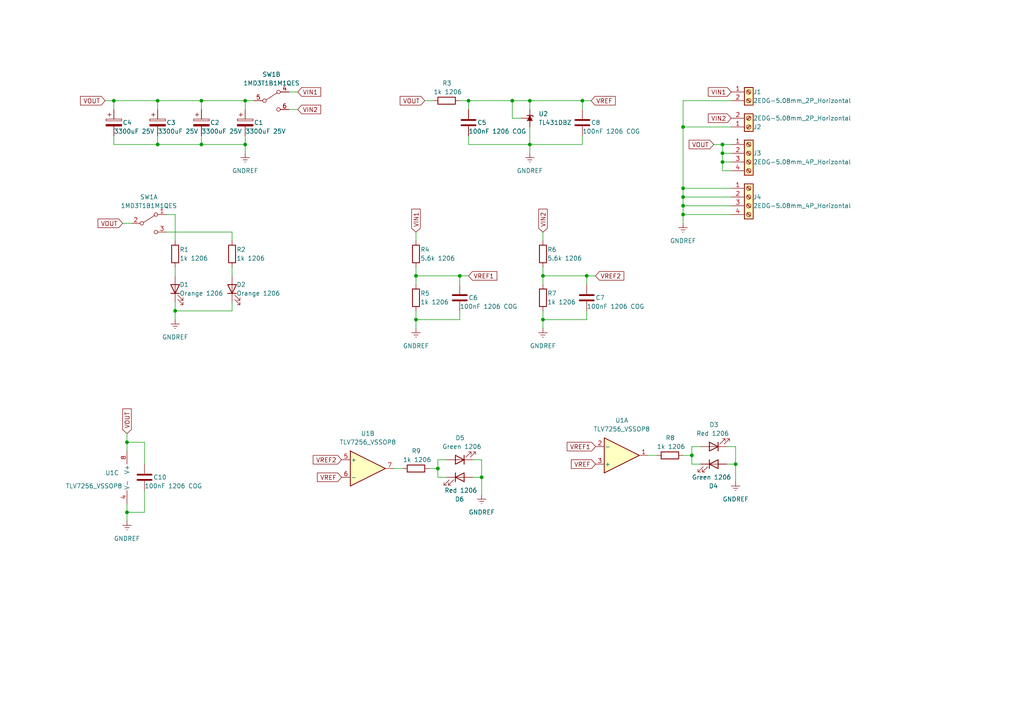
<source format=kicad_sch>
(kicad_sch (version 20230121) (generator eeschema)
  (paper "A4")
  (lib_symbols
    (symbol "Connector:Screw_Terminal_01x02" (pin_names (offset 1.016) hide)
      (property "Reference" "J" (at 0 2.54 0))
      (property "Value" "Screw_Terminal_01x02" (at 0 -5.08 0))
      (symbol "Screw_Terminal_01x02_1_1"
        (rectangle (start -1.27 1.27) (end 1.27 -3.81) (stroke (width 0.254)) (fill (type background)))
        (circle (center 0 -2.54) (radius 0.635) (stroke (width 0.1524)))
        (polyline (pts (xy -0.5334 -2.2098) (xy 0.3302 -3.048)) (stroke (width 0.1524)))
        (polyline (pts (xy -0.5334 0.3302) (xy 0.3302 -0.508)) (stroke (width 0.1524)))
        (polyline (pts (xy -0.3556 -2.032) (xy 0.508 -2.8702)) (stroke (width 0.1524)))
        (polyline (pts (xy -0.3556 0.508) (xy 0.508 -0.3302)) (stroke (width 0.1524)))
        (circle (center 0 0) (radius 0.635) (stroke (width 0.1524)))
        (pin passive line (at -5.08 0 0) (length 3.81) (name "Pin_1") (number "1"))
        (pin passive line (at -5.08 -2.54 0) (length 3.81) (name "Pin_2") (number "2"))
      )
    )
    (symbol "Connector:Screw_Terminal_01x04" (pin_names (offset 1.016) hide)
      (property "Reference" "J" (at 0 5.08 0))
      (property "Value" "Screw_Terminal_01x04" (at 0 -7.62 0))
      (symbol "Screw_Terminal_01x04_1_1"
        (rectangle (start -1.27 3.81) (end 1.27 -6.35) (stroke (width 0.254)) (fill (type background)))
        (circle (center 0 -5.08) (radius 0.635) (stroke (width 0.1524)))
        (circle (center 0 -2.54) (radius 0.635) (stroke (width 0.1524)))
        (polyline (pts (xy -0.5334 -4.7498) (xy 0.3302 -5.588)) (stroke (width 0.1524)))
        (polyline (pts (xy -0.5334 -2.2098) (xy 0.3302 -3.048)) (stroke (width 0.1524)))
        (polyline (pts (xy -0.5334 0.3302) (xy 0.3302 -0.508)) (stroke (width 0.1524)))
        (polyline (pts (xy -0.5334 2.8702) (xy 0.3302 2.032)) (stroke (width 0.1524)))
        (polyline (pts (xy -0.3556 -4.572) (xy 0.508 -5.4102)) (stroke (width 0.1524)))
        (polyline (pts (xy -0.3556 -2.032) (xy 0.508 -2.8702)) (stroke (width 0.1524)))
        (polyline (pts (xy -0.3556 0.508) (xy 0.508 -0.3302)) (stroke (width 0.1524)))
        (polyline (pts (xy -0.3556 3.048) (xy 0.508 2.2098)) (stroke (width 0.1524)))
        (circle (center 0 0) (radius 0.635) (stroke (width 0.1524)))
        (circle (center 0 2.54) (radius 0.635) (stroke (width 0.1524)))
        (pin passive line (at -5.08 2.54 0) (length 3.81) (name "Pin_1") (number "1"))
        (pin passive line (at -5.08 0 0) (length 3.81) (name "Pin_2") (number "2"))
        (pin passive line (at -5.08 -2.54 0) (length 3.81) (name "Pin_3") (number "3"))
        (pin passive line (at -5.08 -5.08 0) (length 3.81) (name "Pin_4") (number "4"))
      )
    )
    (symbol "Custom_Amplifier:TLV7256_VSSOP8" (pin_names (offset 0.127))
      (property "Reference" "U" (at 3.81 3.81 0))
      (property "Value" "TLV7256_VSSOP8" (at 6.35 -3.81 0))
      (symbol "TLV7256_VSSOP8_1_1"
        (polyline (pts (xy -5.08 5.08) (xy 5.08 0) (xy -5.08 -5.08) (xy -5.08 5.08)) (stroke (width 0.254)) (fill (type background)))
        (pin bidirectional line (at 7.62 0 180) (length 2.54) (name "~") (number "1"))
        (pin input line (at -7.62 -2.54 0) (length 2.54) (name "-") (number "2"))
        (pin input line (at -7.62 2.54 0) (length 2.54) (name "+") (number "3"))
      )
      (symbol "TLV7256_VSSOP8_2_1"
        (polyline (pts (xy -5.08 5.08) (xy 5.08 0) (xy -5.08 -5.08) (xy -5.08 5.08)) (stroke (width 0.254)) (fill (type background)))
        (pin input line (at -7.62 2.54 0) (length 2.54) (name "+") (number "5"))
        (pin input line (at -7.62 -2.54 0) (length 2.54) (name "-") (number "6"))
        (pin bidirectional line (at 7.62 0 180) (length 2.54) (name "~") (number "7"))
      )
      (symbol "TLV7256_VSSOP8_3_1"
        (pin power_in line (at -2.54 -7.62 90) (length 3.81) (name "V-") (number "4"))
        (pin power_in line (at -2.54 7.62 270) (length 3.81) (name "V+") (number "8"))
      )
    )
    (symbol "Device:C" (pin_numbers hide) (pin_names (offset 0.254))
      (property "Reference" "C" (at 0.635 2.54 0))
      (property "Value" "C" (at 0.635 -2.54 0))
      (symbol "C_0_1"
        (polyline (pts (xy -2.032 -0.762) (xy 2.032 -0.762)) (stroke (width 0.508)))
        (polyline (pts (xy -2.032 0.762) (xy 2.032 0.762)) (stroke (width 0.508)))
      )
      (symbol "C_1_1"
        (pin passive line (at 0 3.81 270) (length 2.794) (name "~") (number "1"))
        (pin passive line (at 0 -3.81 90) (length 2.794) (name "~") (number "2"))
      )
    )
    (symbol "Device:C_Polarized" (pin_numbers hide) (pin_names (offset 0.254))
      (property "Reference" "C" (at 0.635 2.54 0))
      (property "Value" "C_Polarized" (at 0.635 -2.54 0))
      (symbol "C_Polarized_0_1"
        (rectangle (start -2.286 0.508) (end 2.286 1.016))
        (polyline (pts (xy -1.778 2.286) (xy -0.762 2.286)))
        (polyline (pts (xy -1.27 2.794) (xy -1.27 1.778)))
        (rectangle (start 2.286 -0.508) (end -2.286 -1.016) (fill (type outline)))
      )
      (symbol "C_Polarized_1_1"
        (pin passive line (at 0 3.81 270) (length 2.794) (name "~") (number "1"))
        (pin passive line (at 0 -3.81 90) (length 2.794) (name "~") (number "2"))
      )
    )
    (symbol "Device:LED" (pin_numbers hide) (pin_names (offset 1.016) hide)
      (property "Reference" "D" (at 0 2.54 0))
      (property "Value" "LED" (at 0 -2.54 0))
      (symbol "LED_0_1"
        (polyline (pts (xy -1.27 -1.27) (xy -1.27 1.27)) (stroke (width 0.254)))
        (polyline (pts (xy -1.27 0) (xy 1.27 0)))
        (polyline (pts (xy 1.27 -1.27) (xy 1.27 1.27) (xy -1.27 0) (xy 1.27 -1.27)) (stroke (width 0.254)))
        (polyline (pts (xy -3.048 -0.762) (xy -4.572 -2.286) (xy -3.81 -2.286) (xy -4.572 -2.286) (xy -4.572 -1.524)))
        (polyline (pts (xy -1.778 -0.762) (xy -3.302 -2.286) (xy -2.54 -2.286) (xy -3.302 -2.286) (xy -3.302 -1.524)))
      )
      (symbol "LED_1_1"
        (pin passive line (at -3.81 0 0) (length 2.54) (name "K") (number "1"))
        (pin passive line (at 3.81 0 180) (length 2.54) (name "A") (number "2"))
      )
    )
    (symbol "Device:R" (pin_numbers hide) (pin_names (offset 0))
      (property "Reference" "R" (at 2.032 0 90))
      (property "Value" "R" (at 0 0 90))
      (symbol "R_0_1"
        (rectangle (start -1.016 -2.54) (end 1.016 2.54) (stroke (width 0.254)))
      )
      (symbol "R_1_1"
        (pin passive line (at 0 3.81 270) (length 1.27) (name "~") (number "1"))
        (pin passive line (at 0 -3.81 90) (length 1.27) (name "~") (number "2"))
      )
    )
    (symbol "Reference_Voltage:TL431DBZ" (pin_numbers hide) (pin_names hide)
      (property "Reference" "U" (at -2.54 2.54 0))
      (property "Value" "TL431DBZ" (at 0 -2.54 0))
      (symbol "TL431DBZ_0_1"
        (polyline (pts (xy -1.27 0) (xy 0 0) (xy 1.27 0)))
        (polyline (pts (xy -0.762 0.762) (xy 0.762 0) (xy -0.762 -0.762)) (fill (type outline)))
        (polyline (pts (xy 0.508 -1.016) (xy 0.762 -0.762) (xy 0.762 0.762) (xy 0.762 0.762)) (stroke (width 0.254)))
      )
      (symbol "TL431DBZ_1_1"
        (pin passive line (at 2.54 0 180) (length 2.54) (name "K") (number "1"))
        (pin passive line (at 0 2.54 270) (length 2.54) (name "REF") (number "2"))
        (pin passive line (at -2.54 0 0) (length 2.54) (name "A") (number "3"))
      )
    )
    (symbol "Switch:SW_DPDT_x2" (pin_names (offset 0) hide)
      (property "Reference" "SW" (at 0 4.318 0))
      (property "Value" "SW_DPDT_x2" (at 0 -5.08 0))
      (symbol "SW_DPDT_x2_0_0"
        (circle (center -2.032 0) (radius 0.508))
        (circle (center 2.032 -2.54) (radius 0.508))
      )
      (symbol "SW_DPDT_x2_0_1"
        (polyline (pts (xy -1.524 0.254) (xy 1.651 2.286)))
        (circle (center 2.032 2.54) (radius 0.508))
      )
      (symbol "SW_DPDT_x2_1_1"
        (pin passive line (at 5.08 2.54 180) (length 2.54) (name "A") (number "1"))
        (pin passive line (at -5.08 0 0) (length 2.54) (name "B") (number "2"))
        (pin passive line (at 5.08 -2.54 180) (length 2.54) (name "C") (number "3"))
      )
      (symbol "SW_DPDT_x2_2_1"
        (pin passive line (at 5.08 2.54 180) (length 2.54) (name "A") (number "4"))
        (pin passive line (at -5.08 0 0) (length 2.54) (name "B") (number "5"))
        (pin passive line (at 5.08 -2.54 180) (length 2.54) (name "C") (number "6"))
      )
    )
    (symbol "power:GNDREF" (power) (pin_names (offset 0))
      (property "Value" "GNDREF" (at 0 -3.81 0))
      (symbol "GNDREF_0_1"
        (polyline (pts (xy -0.635 -1.905) (xy 0.635 -1.905)))
        (polyline (pts (xy -0.127 -2.54) (xy 0.127 -2.54)))
        (polyline (pts (xy 0 -1.27) (xy 0 0)))
        (polyline (pts (xy 1.27 -1.27) (xy -1.27 -1.27)))
      )
      (symbol "GNDREF_1_1"
        (pin power_in line (at 0 0 270) (length 0) hide (name "GNDREF") (number "1"))
      )
    )
  )
  (junction (at 50.8 90.17))
  (junction (at 127 135.89))
  (junction (at 120.65 92.71))
  (junction (at 157.48 80.01))
  (junction (at 209.55 41.91))
  (junction (at 33.02 29.21))
  (junction (at 120.65 80.01))
  (junction (at 198.12 62.23))
  (junction (at 200.66 132.08))
  (junction (at 209.55 46.99))
  (junction (at 213.36 134.62))
  (junction (at 157.48 92.71))
  (junction (at 153.67 41.91))
  (junction (at 168.91 29.21))
  (junction (at 153.67 29.21))
  (junction (at 45.72 41.91))
  (junction (at 198.12 57.15))
  (junction (at 198.12 54.61))
  (junction (at 139.7 138.43))
  (junction (at 71.12 41.91))
  (junction (at 198.12 59.69))
  (junction (at 135.89 29.21))
  (junction (at 58.42 29.21))
  (junction (at 58.42 41.91))
  (junction (at 133.35 80.01))
  (junction (at 198.12 36.83))
  (junction (at 71.12 29.21))
  (junction (at 170.18 80.01))
  (junction (at 45.72 29.21))
  (junction (at 36.83 148.59))
  (junction (at 36.83 128.27))
  (junction (at 148.59 29.21))
  (junction (at 209.55 44.45))
  (wire (pts (xy 135.89 29.21) (xy 148.59 29.21)))
  (wire (pts (xy 33.02 31.75) (xy 33.02 29.21)))
  (wire (pts (xy 212.09 29.21) (xy 198.12 29.21)))
  (wire (pts (xy 157.48 92.71) (xy 157.48 95.25)))
  (wire (pts (xy 33.02 41.91) (xy 45.72 41.91)))
  (wire (pts (xy 213.36 134.62) (xy 213.36 139.7)))
  (wire (pts (xy 133.35 80.01) (xy 133.35 82.55)))
  (wire (pts (xy 67.31 77.47) (xy 67.31 80.01)))
  (wire (pts (xy 120.65 92.71) (xy 133.35 92.71)))
  (wire (pts (xy 114.3 135.89) (xy 116.84 135.89)))
  (wire (pts (xy 58.42 39.37) (xy 58.42 41.91)))
  (wire (pts (xy 153.67 41.91) (xy 153.67 44.45)))
  (wire (pts (xy 67.31 67.31) (xy 67.31 69.85)))
  (wire (pts (xy 83.82 26.67) (xy 86.36 26.67)))
  (wire (pts (xy 50.8 87.63) (xy 50.8 90.17)))
  (wire (pts (xy 48.26 62.23) (xy 50.8 62.23)))
  (wire (pts (xy 50.8 90.17) (xy 67.31 90.17)))
  (wire (pts (xy 45.72 41.91) (xy 58.42 41.91)))
  (wire (pts (xy 168.91 29.21) (xy 171.45 29.21)))
  (wire (pts (xy 71.12 41.91) (xy 71.12 44.45)))
  (wire (pts (xy 198.12 62.23) (xy 198.12 64.77)))
  (wire (pts (xy 157.48 77.47) (xy 157.48 80.01)))
  (wire (pts (xy 71.12 41.91) (xy 71.12 39.37)))
  (wire (pts (xy 170.18 92.71) (xy 170.18 90.17)))
  (wire (pts (xy 58.42 29.21) (xy 58.42 31.75)))
  (wire (pts (xy 139.7 133.35) (xy 139.7 138.43)))
  (wire (pts (xy 120.65 80.01) (xy 120.65 82.55)))
  (wire (pts (xy 157.48 92.71) (xy 170.18 92.71)))
  (wire (pts (xy 168.91 29.21) (xy 168.91 31.75)))
  (wire (pts (xy 148.59 29.21) (xy 153.67 29.21)))
  (wire (pts (xy 198.12 57.15) (xy 198.12 59.69)))
  (wire (pts (xy 168.91 41.91) (xy 153.67 41.91)))
  (wire (pts (xy 58.42 29.21) (xy 71.12 29.21)))
  (wire (pts (xy 36.83 125.73) (xy 36.83 128.27)))
  (wire (pts (xy 36.83 148.59) (xy 36.83 151.13)))
  (wire (pts (xy 157.48 80.01) (xy 157.48 82.55)))
  (wire (pts (xy 50.8 77.47) (xy 50.8 80.01)))
  (wire (pts (xy 168.91 39.37) (xy 168.91 41.91)))
  (wire (pts (xy 207.01 41.91) (xy 209.55 41.91)))
  (wire (pts (xy 198.12 57.15) (xy 212.09 57.15)))
  (wire (pts (xy 200.66 129.54) (xy 200.66 132.08)))
  (wire (pts (xy 209.55 49.53) (xy 209.55 46.99)))
  (wire (pts (xy 198.12 59.69) (xy 212.09 59.69)))
  (wire (pts (xy 139.7 138.43) (xy 137.16 138.43)))
  (wire (pts (xy 41.91 142.24) (xy 41.91 148.59)))
  (wire (pts (xy 212.09 36.83) (xy 198.12 36.83)))
  (wire (pts (xy 30.48 29.21) (xy 33.02 29.21)))
  (wire (pts (xy 133.35 29.21) (xy 135.89 29.21)))
  (wire (pts (xy 198.12 54.61) (xy 212.09 54.61)))
  (wire (pts (xy 198.12 54.61) (xy 198.12 57.15)))
  (wire (pts (xy 210.82 129.54) (xy 213.36 129.54)))
  (wire (pts (xy 123.19 29.21) (xy 125.73 29.21)))
  (wire (pts (xy 36.83 146.05) (xy 36.83 148.59)))
  (wire (pts (xy 33.02 39.37) (xy 33.02 41.91)))
  (wire (pts (xy 209.55 44.45) (xy 212.09 44.45)))
  (wire (pts (xy 71.12 29.21) (xy 73.66 29.21)))
  (wire (pts (xy 129.54 133.35) (xy 127 133.35)))
  (wire (pts (xy 135.89 41.91) (xy 153.67 41.91)))
  (wire (pts (xy 198.12 62.23) (xy 212.09 62.23)))
  (wire (pts (xy 135.89 29.21) (xy 135.89 31.75)))
  (wire (pts (xy 209.55 44.45) (xy 209.55 41.91)))
  (wire (pts (xy 200.66 132.08) (xy 200.66 134.62)))
  (wire (pts (xy 48.26 67.31) (xy 67.31 67.31)))
  (wire (pts (xy 120.65 80.01) (xy 133.35 80.01)))
  (wire (pts (xy 67.31 90.17) (xy 67.31 87.63)))
  (wire (pts (xy 187.96 132.08) (xy 190.5 132.08)))
  (wire (pts (xy 170.18 80.01) (xy 172.72 80.01)))
  (wire (pts (xy 124.46 135.89) (xy 127 135.89)))
  (wire (pts (xy 137.16 133.35) (xy 139.7 133.35)))
  (wire (pts (xy 36.83 128.27) (xy 36.83 130.81)))
  (wire (pts (xy 198.12 36.83) (xy 198.12 54.61)))
  (wire (pts (xy 157.48 80.01) (xy 170.18 80.01)))
  (wire (pts (xy 213.36 134.62) (xy 210.82 134.62)))
  (wire (pts (xy 153.67 29.21) (xy 153.67 31.75)))
  (wire (pts (xy 120.65 77.47) (xy 120.65 80.01)))
  (wire (pts (xy 157.48 90.17) (xy 157.48 92.71)))
  (wire (pts (xy 45.72 29.21) (xy 58.42 29.21)))
  (wire (pts (xy 203.2 129.54) (xy 200.66 129.54)))
  (wire (pts (xy 41.91 148.59) (xy 36.83 148.59)))
  (wire (pts (xy 58.42 41.91) (xy 71.12 41.91)))
  (wire (pts (xy 153.67 29.21) (xy 168.91 29.21)))
  (wire (pts (xy 209.55 46.99) (xy 209.55 44.45)))
  (wire (pts (xy 127 138.43) (xy 129.54 138.43)))
  (wire (pts (xy 135.89 39.37) (xy 135.89 41.91)))
  (wire (pts (xy 45.72 29.21) (xy 45.72 31.75)))
  (wire (pts (xy 120.65 92.71) (xy 120.65 95.25)))
  (wire (pts (xy 83.82 31.75) (xy 86.36 31.75)))
  (wire (pts (xy 133.35 80.01) (xy 135.89 80.01)))
  (wire (pts (xy 209.55 41.91) (xy 212.09 41.91)))
  (wire (pts (xy 50.8 90.17) (xy 50.8 92.71)))
  (wire (pts (xy 200.66 134.62) (xy 203.2 134.62)))
  (wire (pts (xy 209.55 46.99) (xy 212.09 46.99)))
  (wire (pts (xy 33.02 29.21) (xy 45.72 29.21)))
  (wire (pts (xy 170.18 80.01) (xy 170.18 82.55)))
  (wire (pts (xy 35.56 64.77) (xy 38.1 64.77)))
  (wire (pts (xy 45.72 39.37) (xy 45.72 41.91)))
  (wire (pts (xy 198.12 29.21) (xy 198.12 36.83)))
  (wire (pts (xy 50.8 62.23) (xy 50.8 69.85)))
  (wire (pts (xy 148.59 34.29) (xy 148.59 29.21)))
  (wire (pts (xy 71.12 31.75) (xy 71.12 29.21)))
  (wire (pts (xy 198.12 132.08) (xy 200.66 132.08)))
  (wire (pts (xy 120.65 67.31) (xy 120.65 69.85)))
  (wire (pts (xy 133.35 92.71) (xy 133.35 90.17)))
  (wire (pts (xy 139.7 138.43) (xy 139.7 143.51)))
  (wire (pts (xy 127 135.89) (xy 127 138.43)))
  (wire (pts (xy 212.09 49.53) (xy 209.55 49.53)))
  (wire (pts (xy 120.65 90.17) (xy 120.65 92.71)))
  (wire (pts (xy 127 133.35) (xy 127 135.89)))
  (wire (pts (xy 41.91 134.62) (xy 41.91 128.27)))
  (wire (pts (xy 153.67 41.91) (xy 153.67 36.83)))
  (wire (pts (xy 41.91 128.27) (xy 36.83 128.27)))
  (wire (pts (xy 151.13 34.29) (xy 148.59 34.29)))
  (wire (pts (xy 157.48 67.31) (xy 157.48 69.85)))
  (wire (pts (xy 213.36 129.54) (xy 213.36 134.62)))
  (wire (pts (xy 198.12 59.69) (xy 198.12 62.23)))
  (global_label "VIN1" (shape input) (at 212.09 26.67 180) (property "Intersheetrefs" "${INTERSHEET_REFS}" (effects hide)))
  (global_label "VOUT" (shape input) (at 207.01 41.91 180) (property "Intersheetrefs" "${INTERSHEET_REFS}" (effects hide)))
  (global_label "VIN1" (shape input) (at 86.36 26.67 0) (property "Intersheetrefs" "${INTERSHEET_REFS}" (effects hide)))
  (global_label "VREF" (shape input) (at 99.06 138.43 180) (property "Intersheetrefs" "${INTERSHEET_REFS}" (effects hide)))
  (global_label "VREF" (shape input) (at 171.45 29.21 0) (property "Intersheetrefs" "${INTERSHEET_REFS}" (effects hide)))
  (global_label "VOUT" (shape input) (at 35.56 64.77 180) (property "Intersheetrefs" "${INTERSHEET_REFS}" (effects hide)))
  (global_label "VREF1" (shape input) (at 135.89 80.01 0) (property "Intersheetrefs" "${INTERSHEET_REFS}" (effects hide)))
  (global_label "VIN1" (shape input) (at 120.65 67.31 90) (property "Intersheetrefs" "${INTERSHEET_REFS}" (effects hide)))
  (global_label "VOUT" (shape input) (at 30.48 29.21 180) (property "Intersheetrefs" "${INTERSHEET_REFS}" (effects hide)))
  (global_label "VIN2" (shape input) (at 157.48 67.31 90) (property "Intersheetrefs" "${INTERSHEET_REFS}" (effects hide)))
  (global_label "VREF" (shape input) (at 172.72 134.62 180) (property "Intersheetrefs" "${INTERSHEET_REFS}" (effects hide)))
  (global_label "VREF2" (shape input) (at 99.06 133.35 180) (property "Intersheetrefs" "${INTERSHEET_REFS}" (effects hide)))
  (global_label "VIN2" (shape input) (at 86.36 31.75 0) (property "Intersheetrefs" "${INTERSHEET_REFS}" (effects hide)))
  (global_label "VIN2" (shape input) (at 212.09 34.29 180) (property "Intersheetrefs" "${INTERSHEET_REFS}" (effects hide)))
  (global_label "VREF2" (shape input) (at 172.72 80.01 0) (property "Intersheetrefs" "${INTERSHEET_REFS}" (effects hide)))
  (global_label "VOUT" (shape input) (at 36.83 125.73 90) (property "Intersheetrefs" "${INTERSHEET_REFS}" (effects hide)))
  (global_label "VREF1" (shape input) (at 172.72 129.54 180) (property "Intersheetrefs" "${INTERSHEET_REFS}" (effects hide)))
  (global_label "VOUT" (shape input) (at 123.19 29.21 180) (property "Intersheetrefs" "${INTERSHEET_REFS}" (effects hide)))
  (symbol (lib_id "Custom_Amplifier:TLV7256_VSSOP8") (at 39.37 138.43 0) (unit 3)
    (property "Reference" "U1" (at 30.48 137.16 0) (effects (justify left)))
    (property "Value" "TLV7256_VSSOP8" (at 19.05 140.97 0) (effects (justify left)))
    (property "Footprint" "Package_SO:VSSOP-8_2.3x2mm_P0.5mm" (effects hide))
  )
  (symbol (lib_id "Connector:Screw_Terminal_01x04") (at 217.17 44.45 0) (unit 1)
    (property "Reference" "J3" (at 218.44 44.45 0) (effects (justify left)))
    (property "Value" "2EDG-5.08mm_4P_Horizontal" (at 218.44 46.99 0) (effects (justify left)))
    (property "Footprint" "Customer_Connector:2EDG-5.08mm_4P_Horizontal" (effects hide))
  )
  (symbol (lib_id "Switch:SW_DPDT_x2") (at 78.74 29.21 0) (unit 2)
    (property "Reference" "SW1" (at 78.74 21.59 0))
    (property "Value" "1MD3T1B1M1QES" (at 78.74 24.13 0))
    (property "Footprint" "Customer_Switch:1MD3T1B1M1QES" (effects hide))
  )
  (symbol (lib_id "Custom_Amplifier:TLV7256_VSSOP8") (at 106.68 135.89 0) (unit 2)
    (property "Reference" "U1" (at 106.68 125.73 0))
    (property "Value" "TLV7256_VSSOP8" (at 106.68 128.27 0))
    (property "Footprint" "Package_SO:VSSOP-8_2.3x2mm_P0.5mm" (effects hide))
  )
  (symbol (lib_id "power:GNDREF") (at 120.65 95.25 0) (unit 1)
    (property "Reference" "#PWR03" (effects hide))
    (property "Value" "GNDREF" (at 120.65 100.33 0))
  )
  (symbol (lib_id "Device:C") (at 170.18 86.36 0) (unit 1)
    (property "Reference" "C7" (at 172.72 86.36 0) (effects (justify left)))
    (property "Value" "100nF 1206 COG" (at 170.18 88.9 0) (effects (justify left)))
    (property "Footprint" "Capacitor_SMD:C_1206_3216Metric" (effects hide))
  )
  (symbol (lib_id "Device:C") (at 133.35 86.36 0) (unit 1)
    (property "Reference" "C6" (at 135.89 86.36 0) (effects (justify left)))
    (property "Value" "100nF 1206 COG" (at 133.35 88.9 0) (effects (justify left)))
    (property "Footprint" "Capacitor_SMD:C_1206_3216Metric" (effects hide))
  )
  (symbol (lib_id "Device:R") (at 194.31 132.08 270) (unit 1)
    (property "Reference" "R8" (at 193.04 127 90) (effects (justify left)))
    (property "Value" "1k 1206" (at 190.5 129.54 90) (effects (justify left)))
    (property "Footprint" "Resistor_SMD:R_1206_3216Metric" (effects hide))
  )
  (symbol (lib_id "Device:C_Polarized") (at 45.72 35.56 0) (unit 1)
    (property "Reference" "C3" (at 48.26 35.56 0) (effects (justify left)))
    (property "Value" "3300uF 25V" (at 45.72 38.1 0) (effects (justify left)))
    (property "Footprint" "Customer_Capacitor_Aluminium:D16_P7.5mm" (effects hide))
  )
  (symbol (lib_id "Custom_Amplifier:TLV7256_VSSOP8") (at 180.34 132.08 0) (mirror x) (unit 1)
    (property "Reference" "U1" (at 180.34 121.92 0))
    (property "Value" "TLV7256_VSSOP8" (at 180.34 124.46 0))
    (property "Footprint" "Package_SO:VSSOP-8_2.3x2mm_P0.5mm" (effects hide))
  )
  (symbol (lib_id "Device:C_Polarized") (at 71.12 35.56 0) (unit 1)
    (property "Reference" "C1" (at 73.66 35.56 0) (effects (justify left)))
    (property "Value" "3300uF 25V" (at 71.12 38.1 0) (effects (justify left)))
    (property "Footprint" "Customer_Capacitor_Aluminium:D16_P7.5mm" (effects hide))
  )
  (symbol (lib_id "Device:LED") (at 50.8 83.82 90) (unit 1)
    (property "Reference" "D1" (at 52.07 82.55 90) (effects (justify right)))
    (property "Value" "Orange 1206" (at 52.07 85.09 90) (effects (justify right)))
    (property "Footprint" "LED_SMD:LED_1206_3216Metric" (effects hide))
  )
  (symbol (lib_id "Device:LED") (at 67.31 83.82 90) (unit 1)
    (property "Reference" "D2" (at 68.58 82.55 90) (effects (justify right)))
    (property "Value" "Orange 1206" (at 68.58 85.09 90) (effects (justify right)))
    (property "Footprint" "LED_SMD:LED_1206_3216Metric" (effects hide))
  )
  (symbol (lib_id "Device:R") (at 50.8 73.66 0) (unit 1)
    (property "Reference" "R1" (at 52.07 72.39 0) (effects (justify left)))
    (property "Value" "1k 1206" (at 52.07 74.93 0) (effects (justify left)))
    (property "Footprint" "Resistor_SMD:R_1206_3216Metric" (effects hide))
  )
  (symbol (lib_id "Device:C_Polarized") (at 58.42 35.56 0) (unit 1)
    (property "Reference" "C2" (at 60.96 35.56 0) (effects (justify left)))
    (property "Value" "3300uF 25V" (at 58.42 38.1 0) (effects (justify left)))
    (property "Footprint" "Customer_Capacitor_Aluminium:D16_P7.5mm" (effects hide))
  )
  (symbol (lib_id "power:GNDREF") (at 36.83 151.13 0) (unit 1)
    (property "Reference" "#PWR08" (effects hide))
    (property "Value" "GNDREF" (at 36.83 156.21 0))
  )
  (symbol (lib_id "power:GNDREF") (at 213.36 139.7 0) (unit 1)
    (property "Reference" "#PWR06" (effects hide))
    (property "Value" "GNDREF" (at 213.36 144.78 0))
  )
  (symbol (lib_id "Connector:Screw_Terminal_01x04") (at 217.17 57.15 0) (unit 1)
    (property "Reference" "J4" (at 218.44 57.15 0) (effects (justify left)))
    (property "Value" "2EDG-5.08mm_4P_Horizontal" (at 218.44 59.69 0) (effects (justify left)))
    (property "Footprint" "Customer_Connector:2EDG-5.08mm_4P_Horizontal" (effects hide))
  )
  (symbol (lib_id "Reference_Voltage:TL431DBZ") (at 153.67 34.29 90) (unit 1)
    (property "Reference" "U2" (at 156.21 33.02 90) (effects (justify right)))
    (property "Value" "TL431DBZ" (at 156.21 35.56 90) (effects (justify right)))
    (property "Footprint" "Package_TO_SOT_SMD:SOT-23" (effects hide))
    (property "Datasheet" "http://www.ti.com/lit/ds/symlink/tl431.pdf" (effects hide))
  )
  (symbol (lib_id "Connector:Screw_Terminal_01x02") (at 217.17 36.83 0) (mirror x) (unit 1)
    (property "Reference" "J2" (at 218.44 36.83 0) (effects (justify left)))
    (property "Value" "2EDG-5.08mm_2P_Horizontal" (at 218.44 34.29 0) (effects (justify left)))
    (property "Footprint" "Customer_Connector:2EDG-5.08mm_2P_Horizontal" (effects hide))
  )
  (symbol (lib_id "Device:C_Polarized") (at 33.02 35.56 0) (unit 1)
    (property "Reference" "C4" (at 35.56 35.56 0) (effects (justify left)))
    (property "Value" "3300uF 25V" (at 33.02 38.1 0) (effects (justify left)))
    (property "Footprint" "Customer_Capacitor_Aluminium:D16_P7.5mm" (effects hide))
  )
  (symbol (lib_id "Switch:SW_DPDT_x2") (at 43.18 64.77 0) (unit 1)
    (property "Reference" "SW1" (at 43.18 57.15 0))
    (property "Value" "1MD3T1B1M1QES" (at 43.18 59.69 0))
    (property "Footprint" "Customer_Switch:1MD3T1B1M1QES" (effects hide))
  )
  (symbol (lib_id "Device:R") (at 67.31 73.66 0) (unit 1)
    (property "Reference" "R2" (at 68.58 72.39 0) (effects (justify left)))
    (property "Value" "1k 1206" (at 68.58 74.93 0) (effects (justify left)))
    (property "Footprint" "Resistor_SMD:R_1206_3216Metric" (effects hide))
  )
  (symbol (lib_id "Device:R") (at 120.65 86.36 0) (unit 1)
    (property "Reference" "R5" (at 121.92 85.09 0) (effects (justify left)))
    (property "Value" "1k 1206" (at 121.92 87.63 0) (effects (justify left)))
    (property "Footprint" "Resistor_SMD:R_1206_3216Metric" (effects hide))
  )
  (symbol (lib_id "Device:LED") (at 207.01 129.54 180) (unit 1)
    (property "Reference" "D3" (at 205.74 123.19 0) (effects (justify right)))
    (property "Value" "Red 1206" (at 201.93 125.73 0) (effects (justify right)))
    (property "Footprint" "LED_SMD:LED_1206_3216Metric" (effects hide))
  )
  (symbol (lib_id "Device:LED") (at 133.35 138.43 0) (unit 1)
    (property "Reference" "D6" (at 134.62 144.78 0) (effects (justify right)))
    (property "Value" "Red 1206" (at 138.43 142.24 0) (effects (justify right)))
    (property "Footprint" "LED_SMD:LED_1206_3216Metric" (effects hide))
  )
  (symbol (lib_id "power:GNDREF") (at 50.8 92.71 0) (unit 1)
    (property "Reference" "#PWR02" (effects hide))
    (property "Value" "GNDREF" (at 50.8 97.79 0))
  )
  (symbol (lib_id "Device:C") (at 168.91 35.56 0) (unit 1)
    (property "Reference" "C8" (at 171.45 35.56 0) (effects (justify left)))
    (property "Value" "100nF 1206 COG" (at 168.91 38.1 0) (effects (justify left)))
    (property "Footprint" "Capacitor_SMD:C_1206_3216Metric" (effects hide))
  )
  (symbol (lib_id "power:GNDREF") (at 71.12 44.45 0) (unit 1)
    (property "Reference" "#PWR01" (effects hide))
    (property "Value" "GNDREF" (at 71.12 49.53 0))
  )
  (symbol (lib_id "power:GNDREF") (at 153.67 44.45 0) (unit 1)
    (property "Reference" "#PWR05" (effects hide))
    (property "Value" "GNDREF" (at 153.67 49.53 0))
  )
  (symbol (lib_id "Device:R") (at 157.48 86.36 0) (unit 1)
    (property "Reference" "R7" (at 158.75 85.09 0) (effects (justify left)))
    (property "Value" "1k 1206" (at 158.75 87.63 0) (effects (justify left)))
    (property "Footprint" "Resistor_SMD:R_1206_3216Metric" (effects hide))
  )
  (symbol (lib_id "Device:R") (at 129.54 29.21 270) (unit 1)
    (property "Reference" "R3" (at 128.27 24.13 90) (effects (justify left)))
    (property "Value" "1k 1206" (at 125.73 26.67 90) (effects (justify left)))
    (property "Footprint" "Resistor_SMD:R_1206_3216Metric" (effects hide))
  )
  (symbol (lib_id "Device:R") (at 120.65 73.66 0) (unit 1)
    (property "Reference" "R4" (at 121.92 72.39 0) (effects (justify left)))
    (property "Value" "5.6k 1206" (at 121.92 74.93 0) (effects (justify left)))
    (property "Footprint" "Resistor_SMD:R_1206_3216Metric" (effects hide))
  )
  (symbol (lib_id "Device:LED") (at 207.01 134.62 0) (unit 1)
    (property "Reference" "D4" (at 208.28 140.97 0) (effects (justify right)))
    (property "Value" "Green 1206" (at 212.09 138.43 0) (effects (justify right)))
    (property "Footprint" "LED_SMD:LED_1206_3216Metric" (effects hide))
  )
  (symbol (lib_id "Device:C") (at 41.91 138.43 0) (unit 1)
    (property "Reference" "C10" (at 44.45 138.43 0) (effects (justify left)))
    (property "Value" "100nF 1206 COG" (at 41.91 140.97 0) (effects (justify left)))
    (property "Footprint" "Capacitor_SMD:C_1206_3216Metric" (effects hide))
  )
  (symbol (lib_id "Connector:Screw_Terminal_01x02") (at 217.17 26.67 0) (unit 1)
    (property "Reference" "J1" (at 218.44 26.67 0) (effects (justify left)))
    (property "Value" "2EDG-5.08mm_2P_Horizontal" (at 218.44 29.21 0) (effects (justify left)))
    (property "Footprint" "Customer_Connector:2EDG-5.08mm_2P_Horizontal" (effects hide))
  )
  (symbol (lib_id "Device:R") (at 120.65 135.89 270) (unit 1)
    (property "Reference" "R9" (at 119.38 130.81 90) (effects (justify left)))
    (property "Value" "1k 1206" (at 116.84 133.35 90) (effects (justify left)))
    (property "Footprint" "Resistor_SMD:R_1206_3216Metric" (effects hide))
  )
  (symbol (lib_id "power:GNDREF") (at 157.48 95.25 0) (unit 1)
    (property "Reference" "#PWR04" (effects hide))
    (property "Value" "GNDREF" (at 157.48 100.33 0))
  )
  (symbol (lib_id "Device:LED") (at 133.35 133.35 180) (unit 1)
    (property "Reference" "D5" (at 132.08 127 0) (effects (justify right)))
    (property "Value" "Green 1206" (at 128.27 129.54 0) (effects (justify right)))
    (property "Footprint" "LED_SMD:LED_1206_3216Metric" (effects hide))
  )
  (symbol (lib_id "power:GNDREF") (at 139.7 143.51 0) (unit 1)
    (property "Reference" "#PWR07" (effects hide))
    (property "Value" "GNDREF" (at 139.7 148.59 0))
  )
  (symbol (lib_id "power:GNDREF") (at 198.12 64.77 0) (unit 1)
    (property "Reference" "#PWR09" (effects hide))
    (property "Value" "GNDREF" (at 198.12 69.85 0))
  )
  (symbol (lib_id "Device:C") (at 135.89 35.56 0) (unit 1)
    (property "Reference" "C5" (at 138.43 35.56 0) (effects (justify left)))
    (property "Value" "100nF 1206 COG" (at 135.89 38.1 0) (effects (justify left)))
    (property "Footprint" "Capacitor_SMD:C_1206_3216Metric" (effects hide))
  )
  (symbol (lib_id "Device:R") (at 157.48 73.66 0) (unit 1)
    (property "Reference" "R6" (at 158.75 72.39 0) (effects (justify left)))
    (property "Value" "5.6k 1206" (at 158.75 74.93 0) (effects (justify left)))
    (property "Footprint" "Resistor_SMD:R_1206_3216Metric" (effects hide))
  )
)
</source>
